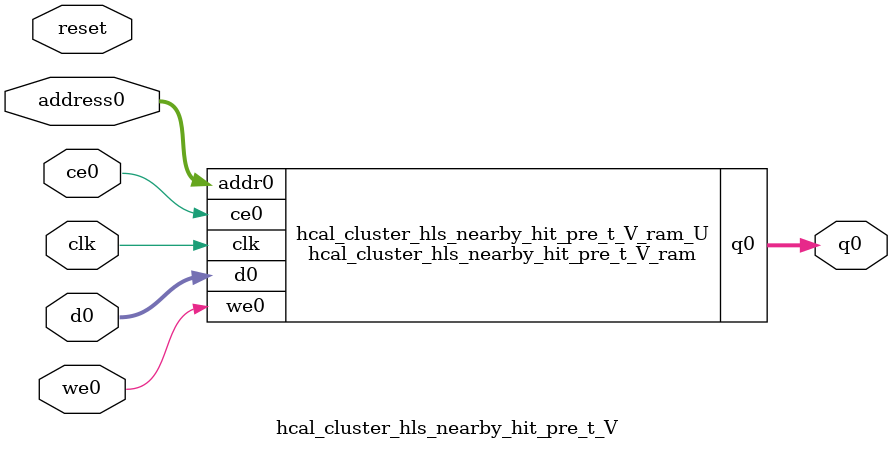
<source format=v>
`timescale 1 ns / 1 ps
module hcal_cluster_hls_nearby_hit_pre_t_V_ram (addr0, ce0, d0, we0, q0,  clk);

parameter DWIDTH = 3;
parameter AWIDTH = 4;
parameter MEM_SIZE = 9;

input[AWIDTH-1:0] addr0;
input ce0;
input[DWIDTH-1:0] d0;
input we0;
output reg[DWIDTH-1:0] q0;
input clk;

reg [DWIDTH-1:0] ram[0:MEM_SIZE-1];




always @(posedge clk)  
begin 
    if (ce0) begin
        if (we0) 
            ram[addr0] <= d0; 
        q0 <= ram[addr0];
    end
end


endmodule

`timescale 1 ns / 1 ps
module hcal_cluster_hls_nearby_hit_pre_t_V(
    reset,
    clk,
    address0,
    ce0,
    we0,
    d0,
    q0);

parameter DataWidth = 32'd3;
parameter AddressRange = 32'd9;
parameter AddressWidth = 32'd4;
input reset;
input clk;
input[AddressWidth - 1:0] address0;
input ce0;
input we0;
input[DataWidth - 1:0] d0;
output[DataWidth - 1:0] q0;



hcal_cluster_hls_nearby_hit_pre_t_V_ram hcal_cluster_hls_nearby_hit_pre_t_V_ram_U(
    .clk( clk ),
    .addr0( address0 ),
    .ce0( ce0 ),
    .we0( we0 ),
    .d0( d0 ),
    .q0( q0 ));

endmodule


</source>
